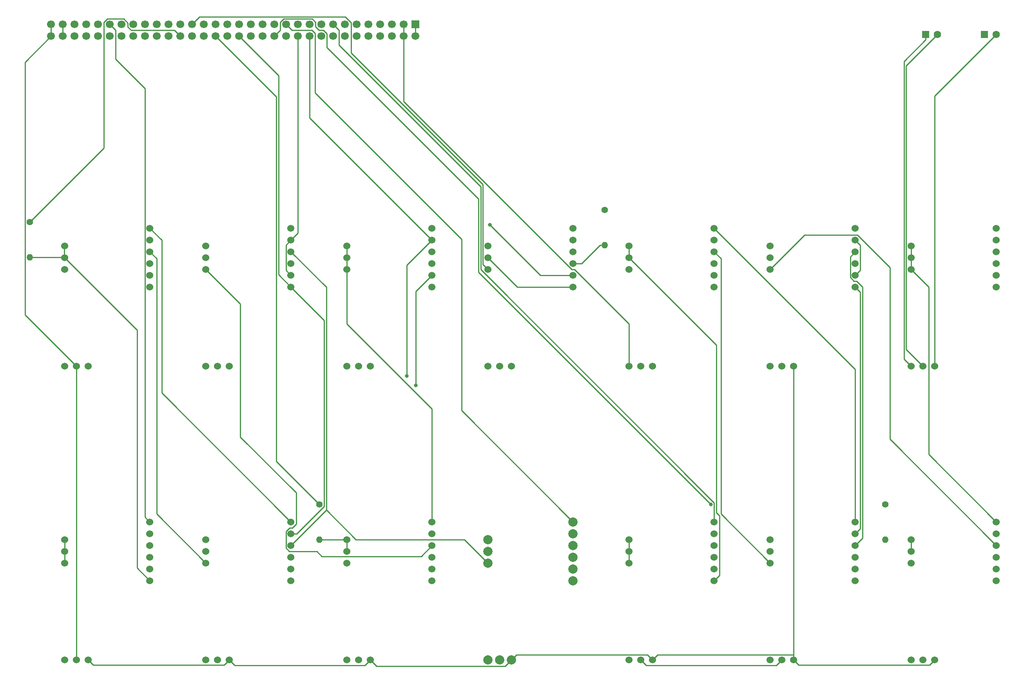
<source format=gbr>
G04 #@! TF.GenerationSoftware,KiCad,Pcbnew,(5.0.0)*
G04 #@! TF.CreationDate,2019-11-22T19:44:57+00:00*
G04 #@! TF.ProjectId,A-FP,412D46502E6B696361645F7063620000,rev?*
G04 #@! TF.SameCoordinates,Original*
G04 #@! TF.FileFunction,Copper,L2,Bot,Signal*
G04 #@! TF.FilePolarity,Positive*
%FSLAX46Y46*%
G04 Gerber Fmt 4.6, Leading zero omitted, Abs format (unit mm)*
G04 Created by KiCad (PCBNEW (5.0.0)) date 11/22/19 19:44:57*
%MOMM*%
%LPD*%
G01*
G04 APERTURE LIST*
G04 #@! TA.AperFunction,ComponentPad*
%ADD10R,1.600000X1.600000*%
G04 #@! TD*
G04 #@! TA.AperFunction,ComponentPad*
%ADD11C,1.600000*%
G04 #@! TD*
G04 #@! TA.AperFunction,ComponentPad*
%ADD12R,1.700000X1.700000*%
G04 #@! TD*
G04 #@! TA.AperFunction,ComponentPad*
%ADD13C,1.700000*%
G04 #@! TD*
G04 #@! TA.AperFunction,ComponentPad*
%ADD14C,1.524000*%
G04 #@! TD*
G04 #@! TA.AperFunction,ComponentPad*
%ADD15C,1.400000*%
G04 #@! TD*
G04 #@! TA.AperFunction,ComponentPad*
%ADD16O,1.400000X1.400000*%
G04 #@! TD*
G04 #@! TA.AperFunction,ComponentPad*
%ADD17C,2.000000*%
G04 #@! TD*
G04 #@! TA.AperFunction,ViaPad*
%ADD18C,0.800000*%
G04 #@! TD*
G04 #@! TA.AperFunction,Conductor*
%ADD19C,0.250000*%
G04 #@! TD*
G04 APERTURE END LIST*
D10*
G04 #@! TO.P,C1,1*
G04 #@! TO.N,6v*
X228600000Y-33020000D03*
D11*
G04 #@! TO.P,C1,2*
G04 #@! TO.N,GND*
X231100000Y-33020000D03*
G04 #@! TD*
G04 #@! TO.P,C2,2*
G04 #@! TO.N,Neg6v*
X243800000Y-33020000D03*
D10*
G04 #@! TO.P,C2,1*
G04 #@! TO.N,GND*
X241300000Y-33020000D03*
G04 #@! TD*
D12*
G04 #@! TO.P,J1,1*
G04 #@! TO.N,GND*
X118345000Y-30861000D03*
D13*
G04 #@! TO.P,J1,A*
X118345000Y-33401000D03*
G04 #@! TO.P,J1,2*
G04 #@! TO.N,6v*
X115805000Y-30861000D03*
G04 #@! TO.P,J1,B*
X115805000Y-33401000D03*
G04 #@! TO.P,J1,3*
G04 #@! TO.N,J1-*
X113265000Y-30861000D03*
G04 #@! TO.P,J1,C*
G04 #@! TO.N,N/C*
X113265000Y-33401000D03*
G04 #@! TO.P,J1,4*
X110725000Y-30861000D03*
G04 #@! TO.P,J1,D*
X110725000Y-33401000D03*
G04 #@! TO.P,J1,5*
G04 #@! TO.N,1TPC-*
X108185000Y-30861000D03*
G04 #@! TO.P,J1,E*
G04 #@! TO.N,N/C*
X108185000Y-33401000D03*
G04 #@! TO.P,J1,6*
X105645000Y-30861000D03*
G04 #@! TO.P,J1,F*
X105645000Y-33401000D03*
G04 #@! TO.P,J1,7*
X103105000Y-30861000D03*
G04 #@! TO.P,J1,H*
X103105000Y-33401000D03*
G04 #@! TO.P,J1,8*
G04 #@! TO.N,J2-*
X100565000Y-30861000D03*
G04 #@! TO.P,J1,J*
G04 #@! TO.N,N/C*
X100565000Y-33401000D03*
G04 #@! TO.P,J1,9*
X98025000Y-30861000D03*
G04 #@! TO.P,J1,K*
G04 #@! TO.N,{PC2}*
X98025000Y-33401000D03*
G04 #@! TO.P,J1,10*
G04 #@! TO.N,N/C*
X95485000Y-30861000D03*
G04 #@! TO.P,J1,L*
G04 #@! TO.N,JTPC*
X95485000Y-33401000D03*
G04 #@! TO.P,J1,11*
G04 #@! TO.N,N/C*
X92945000Y-30861000D03*
G04 #@! TO.P,J1,M*
G04 #@! TO.N,PC2-*
X92945000Y-33401000D03*
G04 #@! TO.P,J1,12*
G04 #@! TO.N,PulseGenMargin*
X90405000Y-30861000D03*
G04 #@! TO.P,J1,N*
G04 #@! TO.N,N/C*
X90405000Y-33401000D03*
G04 #@! TO.P,J1,13*
X87865000Y-30861000D03*
G04 #@! TO.P,J1,P*
G04 #@! TO.N,{PC1}*
X87865000Y-33401000D03*
G04 #@! TO.P,J1,14*
G04 #@! TO.N,WFR*
X85325000Y-30861000D03*
G04 #@! TO.P,J1,R*
G04 #@! TO.N,N/C*
X85325000Y-33401000D03*
G04 #@! TO.P,J1,15*
X82785000Y-30861000D03*
G04 #@! TO.P,J1,S*
G04 #@! TO.N,PC1-*
X82785000Y-33401000D03*
G04 #@! TO.P,J1,16*
G04 #@! TO.N,N/C*
X80245000Y-30861000D03*
G04 #@! TO.P,J1,T*
G04 #@! TO.N,PC3-*
X80245000Y-33401000D03*
G04 #@! TO.P,J1,17*
G04 #@! TO.N,N/C*
X77705000Y-30861000D03*
G04 #@! TO.P,J1,U*
X77705000Y-33401000D03*
G04 #@! TO.P,J1,18*
X75165000Y-30861000D03*
G04 #@! TO.P,J1,V*
G04 #@! TO.N,{PC3}*
X75165000Y-33401000D03*
G04 #@! TO.P,J1,19*
G04 #@! TO.N,J3-*
X72625000Y-30861000D03*
G04 #@! TO.P,J1,W*
G04 #@! TO.N,N/C*
X72625000Y-33401000D03*
G04 #@! TO.P,J1,20*
G04 #@! TO.N,PC1-4*
X70085000Y-30861000D03*
G04 #@! TO.P,J1,X*
G04 #@! TO.N,N/C*
X70085000Y-33401000D03*
G04 #@! TO.P,J1,21*
X67545000Y-30861000D03*
G04 #@! TO.P,J1,Y*
G04 #@! TO.N,{PC4}*
X67545000Y-33401000D03*
G04 #@! TO.P,J1,22*
G04 #@! TO.N,N/C*
X65005000Y-30861000D03*
G04 #@! TO.P,J1,Z*
X65005000Y-33401000D03*
G04 #@! TO.P,J1,23*
X62465000Y-30861000D03*
G04 #@! TO.P,J1,AA*
G04 #@! TO.N,PC4-*
X62465000Y-33401000D03*
G04 #@! TO.P,J1,24*
G04 #@! TO.N,N/C*
X59925000Y-30861000D03*
G04 #@! TO.P,J1,AB*
X59925000Y-33401000D03*
G04 #@! TO.P,J1,25*
X57385000Y-30861000D03*
G04 #@! TO.P,J1,AC*
X57385000Y-33401000D03*
G04 #@! TO.P,J1,26*
X54845000Y-30861000D03*
G04 #@! TO.P,J1,AD*
X54845000Y-33401000D03*
G04 #@! TO.P,J1,27*
G04 #@! TO.N,J4-*
X52305000Y-30861000D03*
G04 #@! TO.P,J1,AE*
G04 #@! TO.N,N/C*
X52305000Y-33401000D03*
G04 #@! TO.P,J1,28*
G04 #@! TO.N,PC4-*
X49765000Y-30861000D03*
G04 #@! TO.P,J1,AF*
G04 #@! TO.N,N/C*
X49765000Y-33401000D03*
G04 #@! TO.P,J1,29*
X47225000Y-30861000D03*
G04 #@! TO.P,J1,AH*
X47225000Y-33401000D03*
G04 #@! TO.P,J1,30*
X44685000Y-30861000D03*
G04 #@! TO.P,J1,AJ*
X44685000Y-33401000D03*
G04 #@! TO.P,J1,31*
G04 #@! TO.N,Neg6v*
X42145000Y-30861000D03*
G04 #@! TO.P,J1,AK*
X42145000Y-33401000D03*
G04 #@! TO.P,J1,32*
G04 #@! TO.N,GND*
X39605000Y-30861000D03*
G04 #@! TO.P,J1,AL*
X39605000Y-33401000D03*
G04 #@! TD*
D14*
G04 #@! TO.P,U1,21*
G04 #@! TO.N,6v*
X225425000Y-168275000D03*
G04 #@! TO.P,U1,22*
G04 #@! TO.N,GND*
X227965000Y-168275000D03*
G04 #@! TO.P,U1,23*
G04 #@! TO.N,Neg6v*
X230505000Y-168275000D03*
G04 #@! TO.P,U1,1*
G04 #@! TO.N,N/C*
X243840000Y-151130000D03*
G04 #@! TO.P,U1,2*
X243840000Y-148590000D03*
G04 #@! TO.P,U1,3*
X243840000Y-146050000D03*
G04 #@! TO.P,U1,4*
G04 #@! TO.N,Net-(U1-Pad4)*
X243840000Y-143510000D03*
G04 #@! TO.P,U1,5*
G04 #@! TO.N,N/C*
X243840000Y-140970000D03*
G04 #@! TO.P,U1,6*
G04 #@! TO.N,Net-(U1-Pad6)*
X243840000Y-138430000D03*
G04 #@! TO.P,U1,11*
G04 #@! TO.N,N/C*
X225425000Y-147320000D03*
G04 #@! TO.P,U1,12*
G04 #@! TO.N,PC1-*
X225425000Y-144780000D03*
G04 #@! TO.P,U1,13*
X225425000Y-142240000D03*
G04 #@! TD*
G04 #@! TO.P,U3,13*
G04 #@! TO.N,Net-(U10-Pad6)*
X164465000Y-142240000D03*
G04 #@! TO.P,U3,12*
X164465000Y-144780000D03*
G04 #@! TO.P,U3,11*
X164465000Y-147320000D03*
G04 #@! TO.P,U3,6*
G04 #@! TO.N,J2-*
X182880000Y-138430000D03*
G04 #@! TO.P,U3,5*
G04 #@! TO.N,JTPC*
X182880000Y-140970000D03*
G04 #@! TO.P,U3,4*
G04 #@! TO.N,N/C*
X182880000Y-143510000D03*
G04 #@! TO.P,U3,3*
G04 #@! TO.N,Net-(U2-Pad13)*
X182880000Y-146050000D03*
G04 #@! TO.P,U3,2*
G04 #@! TO.N,WFM-*
X182880000Y-148590000D03*
G04 #@! TO.P,U3,1*
G04 #@! TO.N,PC2-*
X182880000Y-151130000D03*
G04 #@! TO.P,U3,23*
G04 #@! TO.N,Neg6v*
X169545000Y-168275000D03*
G04 #@! TO.P,U3,22*
G04 #@! TO.N,GND*
X167005000Y-168275000D03*
G04 #@! TO.P,U3,21*
G04 #@! TO.N,6v*
X164465000Y-168275000D03*
G04 #@! TD*
G04 #@! TO.P,U5,13*
G04 #@! TO.N,PC3-*
X103505000Y-142240000D03*
G04 #@! TO.P,U5,12*
X103505000Y-144780000D03*
G04 #@! TO.P,U5,11*
G04 #@! TO.N,N/C*
X103505000Y-147320000D03*
G04 #@! TO.P,U5,6*
G04 #@! TO.N,Net-(U12-Pad11)*
X121920000Y-138430000D03*
G04 #@! TO.P,U5,5*
G04 #@! TO.N,N/C*
X121920000Y-140970000D03*
G04 #@! TO.P,U5,4*
G04 #@! TO.N,Net-(U13-Pad11)*
X121920000Y-143510000D03*
G04 #@! TO.P,U5,3*
G04 #@! TO.N,N/C*
X121920000Y-146050000D03*
G04 #@! TO.P,U5,2*
X121920000Y-148590000D03*
G04 #@! TO.P,U5,1*
X121920000Y-151130000D03*
G04 #@! TO.P,U5,23*
G04 #@! TO.N,Neg6v*
X108585000Y-168275000D03*
G04 #@! TO.P,U5,22*
G04 #@! TO.N,GND*
X106045000Y-168275000D03*
G04 #@! TO.P,U5,21*
G04 #@! TO.N,6v*
X103505000Y-168275000D03*
G04 #@! TD*
G04 #@! TO.P,U7,13*
G04 #@! TO.N,Net-(U14-Pad6)*
X42545000Y-142240000D03*
G04 #@! TO.P,U7,12*
X42545000Y-144780000D03*
G04 #@! TO.P,U7,11*
X42545000Y-147320000D03*
G04 #@! TO.P,U7,6*
G04 #@! TO.N,J4-*
X60960000Y-138430000D03*
G04 #@! TO.P,U7,5*
G04 #@! TO.N,JTPC*
X60960000Y-140970000D03*
G04 #@! TO.P,U7,4*
G04 #@! TO.N,N/C*
X60960000Y-143510000D03*
G04 #@! TO.P,U7,3*
G04 #@! TO.N,Net-(U6-Pad13)*
X60960000Y-146050000D03*
G04 #@! TO.P,U7,2*
G04 #@! TO.N,WFM-*
X60960000Y-148590000D03*
G04 #@! TO.P,U7,1*
G04 #@! TO.N,PC4-*
X60960000Y-151130000D03*
G04 #@! TO.P,U7,23*
G04 #@! TO.N,Neg6v*
X47625000Y-168275000D03*
G04 #@! TO.P,U7,22*
G04 #@! TO.N,GND*
X45085000Y-168275000D03*
G04 #@! TO.P,U7,21*
G04 #@! TO.N,6v*
X42545000Y-168275000D03*
G04 #@! TD*
G04 #@! TO.P,U8,21*
G04 #@! TO.N,6v*
X225425000Y-104775000D03*
G04 #@! TO.P,U8,22*
G04 #@! TO.N,GND*
X227965000Y-104775000D03*
G04 #@! TO.P,U8,23*
G04 #@! TO.N,Neg6v*
X230505000Y-104775000D03*
G04 #@! TO.P,U8,1*
G04 #@! TO.N,PC1-*
X243840000Y-87630000D03*
G04 #@! TO.P,U8,2*
G04 #@! TO.N,WFM-*
X243840000Y-85090000D03*
G04 #@! TO.P,U8,3*
G04 #@! TO.N,Net-(U8-Pad3)*
X243840000Y-82550000D03*
G04 #@! TO.P,U8,4*
G04 #@! TO.N,N/C*
X243840000Y-80010000D03*
G04 #@! TO.P,U8,5*
G04 #@! TO.N,JTPC*
X243840000Y-77470000D03*
G04 #@! TO.P,U8,6*
G04 #@! TO.N,J1-*
X243840000Y-74930000D03*
G04 #@! TO.P,U8,11*
G04 #@! TO.N,Net-(U1-Pad6)*
X225425000Y-83820000D03*
G04 #@! TO.P,U8,12*
X225425000Y-81280000D03*
G04 #@! TO.P,U8,13*
X225425000Y-78740000D03*
G04 #@! TD*
G04 #@! TO.P,U10,13*
G04 #@! TO.N,PC2-*
X164465000Y-78740000D03*
G04 #@! TO.P,U10,12*
X164465000Y-81280000D03*
G04 #@! TO.P,U10,11*
G04 #@! TO.N,N/C*
X164465000Y-83820000D03*
G04 #@! TO.P,U10,6*
G04 #@! TO.N,Net-(U10-Pad6)*
X182880000Y-74930000D03*
G04 #@! TO.P,U10,5*
G04 #@! TO.N,N/C*
X182880000Y-77470000D03*
G04 #@! TO.P,U10,4*
G04 #@! TO.N,Net-(U10-Pad4)*
X182880000Y-80010000D03*
G04 #@! TO.P,U10,3*
G04 #@! TO.N,N/C*
X182880000Y-82550000D03*
G04 #@! TO.P,U10,2*
X182880000Y-85090000D03*
G04 #@! TO.P,U10,1*
X182880000Y-87630000D03*
G04 #@! TO.P,U10,23*
G04 #@! TO.N,Neg6v*
X169545000Y-104775000D03*
G04 #@! TO.P,U10,22*
G04 #@! TO.N,GND*
X167005000Y-104775000D03*
G04 #@! TO.P,U10,21*
G04 #@! TO.N,6v*
X164465000Y-104775000D03*
G04 #@! TD*
G04 #@! TO.P,U12,21*
G04 #@! TO.N,6v*
X103505000Y-104775000D03*
G04 #@! TO.P,U12,22*
G04 #@! TO.N,GND*
X106045000Y-104775000D03*
G04 #@! TO.P,U12,23*
G04 #@! TO.N,Neg6v*
X108585000Y-104775000D03*
G04 #@! TO.P,U12,1*
G04 #@! TO.N,PC3-*
X121920000Y-87630000D03*
G04 #@! TO.P,U12,2*
G04 #@! TO.N,WFM-*
X121920000Y-85090000D03*
G04 #@! TO.P,U12,3*
G04 #@! TO.N,Net-(U12-Pad3)*
X121920000Y-82550000D03*
G04 #@! TO.P,U12,4*
G04 #@! TO.N,N/C*
X121920000Y-80010000D03*
G04 #@! TO.P,U12,5*
G04 #@! TO.N,JTPC*
X121920000Y-77470000D03*
G04 #@! TO.P,U12,6*
G04 #@! TO.N,J3-*
X121920000Y-74930000D03*
G04 #@! TO.P,U12,11*
G04 #@! TO.N,Net-(U12-Pad11)*
X103505000Y-83820000D03*
G04 #@! TO.P,U12,12*
X103505000Y-81280000D03*
G04 #@! TO.P,U12,13*
X103505000Y-78740000D03*
G04 #@! TD*
G04 #@! TO.P,U14,21*
G04 #@! TO.N,6v*
X42545000Y-104775000D03*
G04 #@! TO.P,U14,22*
G04 #@! TO.N,GND*
X45085000Y-104775000D03*
G04 #@! TO.P,U14,23*
G04 #@! TO.N,Neg6v*
X47625000Y-104775000D03*
G04 #@! TO.P,U14,1*
G04 #@! TO.N,N/C*
X60960000Y-87630000D03*
G04 #@! TO.P,U14,2*
X60960000Y-85090000D03*
G04 #@! TO.P,U14,3*
X60960000Y-82550000D03*
G04 #@! TO.P,U14,4*
G04 #@! TO.N,Net-(U14-Pad4)*
X60960000Y-80010000D03*
G04 #@! TO.P,U14,5*
G04 #@! TO.N,N/C*
X60960000Y-77470000D03*
G04 #@! TO.P,U14,6*
G04 #@! TO.N,Net-(U14-Pad6)*
X60960000Y-74930000D03*
G04 #@! TO.P,U14,11*
G04 #@! TO.N,N/C*
X42545000Y-83820000D03*
G04 #@! TO.P,U14,12*
G04 #@! TO.N,PC4-*
X42545000Y-81280000D03*
G04 #@! TO.P,U14,13*
X42545000Y-78740000D03*
G04 #@! TD*
D15*
G04 #@! TO.P,R1,1*
G04 #@! TO.N,{PC2}*
X159200000Y-71000000D03*
D16*
G04 #@! TO.P,R1,2*
G04 #@! TO.N,PC2-*
X159200000Y-78620000D03*
G04 #@! TD*
G04 #@! TO.P,R2,2*
G04 #@! TO.N,PC1-*
X219800000Y-142220000D03*
D15*
G04 #@! TO.P,R2,1*
G04 #@! TO.N,{PC1}*
X219800000Y-134600000D03*
G04 #@! TD*
D16*
G04 #@! TO.P,R3,2*
G04 #@! TO.N,PC4-*
X35000000Y-81220000D03*
D15*
G04 #@! TO.P,R3,1*
G04 #@! TO.N,{PC4}*
X35000000Y-73600000D03*
G04 #@! TD*
G04 #@! TO.P,R4,1*
G04 #@! TO.N,{PC3}*
X97600000Y-134600000D03*
D16*
G04 #@! TO.P,R4,2*
G04 #@! TO.N,PC3-*
X97600000Y-142220000D03*
G04 #@! TD*
D14*
G04 #@! TO.P,U2,13*
G04 #@! TO.N,Net-(U2-Pad13)*
X194945000Y-142240000D03*
G04 #@! TO.P,U2,12*
G04 #@! TO.N,N/C*
X194945000Y-144780000D03*
G04 #@! TO.P,U2,11*
G04 #@! TO.N,Net-(U10-Pad4)*
X194945000Y-147320000D03*
G04 #@! TO.P,U2,6*
G04 #@! TO.N,Net-(U10-Pad6)*
X213360000Y-138430000D03*
G04 #@! TO.P,U2,5*
G04 #@! TO.N,PC1-*
X213360000Y-140970000D03*
G04 #@! TO.P,U2,4*
G04 #@! TO.N,2.4vRef*
X213360000Y-143510000D03*
G04 #@! TO.P,U2,3*
G04 #@! TO.N,N/C*
X213360000Y-146050000D03*
G04 #@! TO.P,U2,2*
G04 #@! TO.N,PC1-*
X213360000Y-148590000D03*
G04 #@! TO.P,U2,1*
G04 #@! TO.N,PC2-*
X213360000Y-151130000D03*
G04 #@! TO.P,U2,23*
G04 #@! TO.N,Neg6v*
X200025000Y-168275000D03*
G04 #@! TO.P,U2,22*
G04 #@! TO.N,GND*
X197485000Y-168275000D03*
G04 #@! TO.P,U2,21*
G04 #@! TO.N,6v*
X194945000Y-168275000D03*
G04 #@! TD*
G04 #@! TO.P,U6,13*
G04 #@! TO.N,Net-(U6-Pad13)*
X73025000Y-142240000D03*
G04 #@! TO.P,U6,12*
G04 #@! TO.N,N/C*
X73025000Y-144780000D03*
G04 #@! TO.P,U6,11*
G04 #@! TO.N,Net-(U14-Pad4)*
X73025000Y-147320000D03*
G04 #@! TO.P,U6,6*
G04 #@! TO.N,Net-(U14-Pad6)*
X91440000Y-138430000D03*
G04 #@! TO.P,U6,5*
G04 #@! TO.N,PC3-*
X91440000Y-140970000D03*
G04 #@! TO.P,U6,4*
G04 #@! TO.N,2.4vRef*
X91440000Y-143510000D03*
G04 #@! TO.P,U6,3*
G04 #@! TO.N,N/C*
X91440000Y-146050000D03*
G04 #@! TO.P,U6,2*
G04 #@! TO.N,PC3-*
X91440000Y-148590000D03*
G04 #@! TO.P,U6,1*
G04 #@! TO.N,PC4-*
X91440000Y-151130000D03*
G04 #@! TO.P,U6,23*
G04 #@! TO.N,Neg6v*
X78105000Y-168275000D03*
G04 #@! TO.P,U6,22*
G04 #@! TO.N,GND*
X75565000Y-168275000D03*
G04 #@! TO.P,U6,21*
G04 #@! TO.N,6v*
X73025000Y-168275000D03*
G04 #@! TD*
G04 #@! TO.P,U9,21*
G04 #@! TO.N,6v*
X194945000Y-104775000D03*
G04 #@! TO.P,U9,22*
G04 #@! TO.N,GND*
X197485000Y-104775000D03*
G04 #@! TO.P,U9,23*
G04 #@! TO.N,Neg6v*
X200025000Y-104775000D03*
G04 #@! TO.P,U9,1*
G04 #@! TO.N,PC1-*
X213360000Y-87630000D03*
G04 #@! TO.P,U9,2*
G04 #@! TO.N,1TPC-*
X213360000Y-85090000D03*
G04 #@! TO.P,U9,3*
G04 #@! TO.N,N/C*
X213360000Y-82550000D03*
G04 #@! TO.P,U9,4*
G04 #@! TO.N,2.4vRef*
X213360000Y-80010000D03*
G04 #@! TO.P,U9,5*
G04 #@! TO.N,1TPC-*
X213360000Y-77470000D03*
G04 #@! TO.P,U9,6*
G04 #@! TO.N,Net-(U1-Pad6)*
X213360000Y-74930000D03*
G04 #@! TO.P,U9,11*
G04 #@! TO.N,Net-(U1-Pad4)*
X194945000Y-83820000D03*
G04 #@! TO.P,U9,12*
G04 #@! TO.N,N/C*
X194945000Y-81280000D03*
G04 #@! TO.P,U9,13*
G04 #@! TO.N,Net-(U8-Pad3)*
X194945000Y-78740000D03*
G04 #@! TD*
G04 #@! TO.P,U11,21*
G04 #@! TO.N,6v*
X133985000Y-104775000D03*
G04 #@! TO.P,U11,22*
G04 #@! TO.N,GND*
X136525000Y-104775000D03*
G04 #@! TO.P,U11,23*
G04 #@! TO.N,Neg6v*
X139065000Y-104775000D03*
G04 #@! TO.P,U11,1*
G04 #@! TO.N,Net-(U11-Pad1)*
X152400000Y-87630000D03*
G04 #@! TO.P,U11,2*
G04 #@! TO.N,PC1-*
X152400000Y-85090000D03*
G04 #@! TO.P,U11,3*
G04 #@! TO.N,PC2-*
X152400000Y-82550000D03*
G04 #@! TO.P,U11,4*
G04 #@! TO.N,PC3-*
X152400000Y-80010000D03*
G04 #@! TO.P,U11,5*
G04 #@! TO.N,PC4-*
X152400000Y-77470000D03*
G04 #@! TO.P,U11,6*
G04 #@! TO.N,WFR*
X152400000Y-74930000D03*
G04 #@! TO.P,U11,11*
G04 #@! TO.N,PC1-4*
X133985000Y-83820000D03*
G04 #@! TO.P,U11,12*
G04 #@! TO.N,Net-(U11-Pad1)*
X133985000Y-81280000D03*
G04 #@! TO.P,U11,13*
G04 #@! TO.N,WFM-*
X133985000Y-78740000D03*
G04 #@! TD*
G04 #@! TO.P,U13,21*
G04 #@! TO.N,6v*
X73025000Y-104775000D03*
G04 #@! TO.P,U13,22*
G04 #@! TO.N,GND*
X75565000Y-104775000D03*
G04 #@! TO.P,U13,23*
G04 #@! TO.N,Neg6v*
X78105000Y-104775000D03*
G04 #@! TO.P,U13,1*
G04 #@! TO.N,PC3-*
X91440000Y-87630000D03*
G04 #@! TO.P,U13,2*
G04 #@! TO.N,PC2-*
X91440000Y-85090000D03*
G04 #@! TO.P,U13,3*
G04 #@! TO.N,N/C*
X91440000Y-82550000D03*
G04 #@! TO.P,U13,4*
G04 #@! TO.N,2.4vRef*
X91440000Y-80010000D03*
G04 #@! TO.P,U13,5*
G04 #@! TO.N,PC2-*
X91440000Y-77470000D03*
G04 #@! TO.P,U13,6*
G04 #@! TO.N,Net-(U12-Pad11)*
X91440000Y-74930000D03*
G04 #@! TO.P,U13,11*
G04 #@! TO.N,Net-(U13-Pad11)*
X73025000Y-83820000D03*
G04 #@! TO.P,U13,12*
G04 #@! TO.N,N/C*
X73025000Y-81280000D03*
G04 #@! TO.P,U13,13*
G04 #@! TO.N,Net-(U12-Pad3)*
X73025000Y-78740000D03*
G04 #@! TD*
D17*
G04 #@! TO.P,U4,21*
G04 #@! TO.N,6v*
X133985000Y-168275000D03*
G04 #@! TO.P,U4,22*
G04 #@! TO.N,GND*
X136525000Y-168275000D03*
G04 #@! TO.P,U4,23*
G04 #@! TO.N,Neg6v*
X139065000Y-168275000D03*
G04 #@! TO.P,U4,1*
G04 #@! TO.N,N/C*
X152400000Y-151130000D03*
G04 #@! TO.P,U4,2*
X152400000Y-148590000D03*
G04 #@! TO.P,U4,3*
X152400000Y-146050000D03*
G04 #@! TO.P,U4,4*
X152400000Y-143510000D03*
G04 #@! TO.P,U4,5*
X152400000Y-140970000D03*
G04 #@! TO.P,U4,6*
G04 #@! TO.N,PulseGenMargin*
X152400000Y-138430000D03*
G04 #@! TO.P,U4,11*
G04 #@! TO.N,2.4vRef*
X133985000Y-147320000D03*
G04 #@! TO.P,U4,12*
G04 #@! TO.N,N/C*
X133985000Y-144780000D03*
G04 #@! TO.P,U4,13*
X133985000Y-142240000D03*
G04 #@! TD*
D18*
G04 #@! TO.N,JTPC*
X116481500Y-106843800D03*
G04 #@! TO.N,PC1-*
X134389900Y-74144800D03*
G04 #@! TO.N,WFM-*
X118423300Y-108897800D03*
G04 #@! TO.N,{PC1}*
X182133700Y-134600000D03*
G04 #@! TD*
D19*
G04 #@! TO.N,6v*
X228600000Y-33020000D02*
X228600000Y-34145300D01*
X225425000Y-104775000D02*
X223872900Y-103222900D01*
X223872900Y-103222900D02*
X223872900Y-38872400D01*
X223872900Y-38872400D02*
X228600000Y-34145300D01*
X164465000Y-104775000D02*
X164465000Y-95590800D01*
X164465000Y-95590800D02*
X152694200Y-83820000D01*
X152694200Y-83820000D02*
X152110100Y-83820000D01*
X152110100Y-83820000D02*
X115805000Y-47514900D01*
X115805000Y-47514900D02*
X115805000Y-33401000D01*
X115805000Y-30861000D02*
X115805000Y-33401000D01*
G04 #@! TO.N,GND*
X197485000Y-168275000D02*
X196326800Y-169433200D01*
X196326800Y-169433200D02*
X168163200Y-169433200D01*
X168163200Y-169433200D02*
X167005000Y-168275000D01*
X227965000Y-104775000D02*
X224337600Y-101147600D01*
X224337600Y-101147600D02*
X224337600Y-39782400D01*
X224337600Y-39782400D02*
X231100000Y-33020000D01*
X45085000Y-168275000D02*
X45085000Y-104775000D01*
X45085000Y-104775000D02*
X33973900Y-93663900D01*
X33973900Y-93663900D02*
X33973900Y-39032100D01*
X33973900Y-39032100D02*
X39605000Y-33401000D01*
X118345000Y-33401000D02*
X118345000Y-30861000D01*
X39605000Y-33401000D02*
X39605000Y-30861000D01*
G04 #@! TO.N,Neg6v*
X139065000Y-168275000D02*
X140161400Y-167178600D01*
X140161400Y-167178600D02*
X168448600Y-167178600D01*
X168448600Y-167178600D02*
X169545000Y-168275000D01*
X108585000Y-168275000D02*
X109912900Y-169602900D01*
X109912900Y-169602900D02*
X137737100Y-169602900D01*
X137737100Y-169602900D02*
X139065000Y-168275000D01*
X230505000Y-104775000D02*
X230505000Y-46315000D01*
X230505000Y-46315000D02*
X243800000Y-33020000D01*
X78105000Y-168275000D02*
X76994800Y-169385200D01*
X76994800Y-169385200D02*
X48735200Y-169385200D01*
X48735200Y-169385200D02*
X47625000Y-168275000D01*
X78105000Y-168275000D02*
X79263300Y-169433300D01*
X79263300Y-169433300D02*
X107426700Y-169433300D01*
X107426700Y-169433300D02*
X108585000Y-168275000D01*
X200025000Y-167173100D02*
X200025000Y-168275000D01*
X200025000Y-104775000D02*
X200025000Y-167173100D01*
X169545000Y-168275000D02*
X170646900Y-167173100D01*
X170646900Y-167173100D02*
X200025000Y-167173100D01*
X42145000Y-30861000D02*
X42145000Y-33401000D01*
X200025000Y-168275000D02*
X201139700Y-169389700D01*
X201139700Y-169389700D02*
X229390300Y-169389700D01*
X229390300Y-169389700D02*
X230505000Y-168275000D01*
G04 #@! TO.N,J2-*
X182880000Y-138430000D02*
X182880000Y-134266400D01*
X182880000Y-134266400D02*
X132447200Y-83833600D01*
X132447200Y-83833600D02*
X132447200Y-65948200D01*
X132447200Y-65948200D02*
X101835000Y-35336000D01*
X101835000Y-35336000D02*
X101835000Y-32131000D01*
X101835000Y-32131000D02*
X100565000Y-30861000D01*
G04 #@! TO.N,JTPC*
X116481500Y-106843800D02*
X116481500Y-82908500D01*
X116481500Y-82908500D02*
X121920000Y-77470000D01*
X121920000Y-77470000D02*
X95485000Y-51035000D01*
X95485000Y-51035000D02*
X95485000Y-33401000D01*
G04 #@! TO.N,PC2-*
X164465000Y-81280000D02*
X183330400Y-100145400D01*
X183330400Y-100145400D02*
X183330400Y-136380700D01*
X183330400Y-136380700D02*
X184019400Y-137069700D01*
X184019400Y-137069700D02*
X184019400Y-149990600D01*
X184019400Y-149990600D02*
X182880000Y-151130000D01*
X164465000Y-78740000D02*
X164465000Y-81280000D01*
X91440000Y-77470000D02*
X92945000Y-75965000D01*
X92945000Y-75965000D02*
X92945000Y-33401000D01*
X91440000Y-85090000D02*
X90350500Y-84000500D01*
X90350500Y-84000500D02*
X90350500Y-78559500D01*
X90350500Y-78559500D02*
X91440000Y-77470000D01*
X158174700Y-78620000D02*
X154244700Y-82550000D01*
X154244700Y-82550000D02*
X152400000Y-82550000D01*
X159200000Y-78620000D02*
X158174700Y-78620000D01*
G04 #@! TO.N,PC1-*
X213360000Y-140970000D02*
X214453100Y-139876900D01*
X214453100Y-139876900D02*
X214453100Y-88723100D01*
X214453100Y-88723100D02*
X213360000Y-87630000D01*
X152400000Y-85090000D02*
X145335100Y-85090000D01*
X145335100Y-85090000D02*
X134389900Y-74144800D01*
X225425000Y-142240000D02*
X225425000Y-144780000D01*
G04 #@! TO.N,PC3-*
X91440000Y-140970000D02*
X92695800Y-140970000D01*
X92695800Y-140970000D02*
X98631000Y-135034800D01*
X98631000Y-135034800D02*
X98631000Y-94821000D01*
X98631000Y-94821000D02*
X91440000Y-87630000D01*
X97600000Y-142220000D02*
X103485000Y-142220000D01*
X103485000Y-142220000D02*
X103505000Y-142240000D01*
X91440000Y-87630000D02*
X88736700Y-84926700D01*
X88736700Y-84926700D02*
X88736700Y-41892700D01*
X88736700Y-41892700D02*
X80245000Y-33401000D01*
X103505000Y-144780000D02*
X103505000Y-142240000D01*
G04 #@! TO.N,PC4-*
X42545000Y-81280000D02*
X58212500Y-96947500D01*
X58212500Y-96947500D02*
X58212500Y-148382500D01*
X58212500Y-148382500D02*
X60960000Y-151130000D01*
X42485000Y-81220000D02*
X42545000Y-81280000D01*
X35000000Y-81220000D02*
X42485000Y-81220000D01*
X42485000Y-81220000D02*
X42485000Y-78800000D01*
X42485000Y-78800000D02*
X42545000Y-78740000D01*
G04 #@! TO.N,J4-*
X60960000Y-138430000D02*
X59872600Y-137342600D01*
X59872600Y-137342600D02*
X59872600Y-44689500D01*
X59872600Y-44689500D02*
X53575000Y-38391900D01*
X53575000Y-38391900D02*
X53575000Y-32131000D01*
X53575000Y-32131000D02*
X52305000Y-30861000D01*
G04 #@! TO.N,Net-(U1-Pad6)*
X225425000Y-83820000D02*
X229235000Y-87630000D01*
X229235000Y-87630000D02*
X229235000Y-123825000D01*
X229235000Y-123825000D02*
X243840000Y-138430000D01*
X225425000Y-81280000D02*
X225425000Y-83820000D01*
X225425000Y-78740000D02*
X225425000Y-81280000D01*
G04 #@! TO.N,Net-(U10-Pad6)*
X213360000Y-138430000D02*
X213360000Y-105410000D01*
X213360000Y-105410000D02*
X182880000Y-74930000D01*
X164465000Y-142240000D02*
X164465000Y-144780000D01*
X164465000Y-147320000D02*
X164465000Y-144780000D01*
G04 #@! TO.N,WFM-*
X118423300Y-108897800D02*
X118423300Y-88586700D01*
X118423300Y-88586700D02*
X121920000Y-85090000D01*
G04 #@! TO.N,Net-(U12-Pad11)*
X103505000Y-83820000D02*
X103505000Y-95573900D01*
X103505000Y-95573900D02*
X121920000Y-113988900D01*
X121920000Y-113988900D02*
X121920000Y-138430000D01*
X103505000Y-81280000D02*
X103505000Y-83820000D01*
X103505000Y-78740000D02*
X103505000Y-81280000D01*
G04 #@! TO.N,Net-(U14-Pad6)*
X91440000Y-138430000D02*
X63524500Y-110514500D01*
X63524500Y-110514500D02*
X63524500Y-77494500D01*
X63524500Y-77494500D02*
X60960000Y-74930000D01*
X42545000Y-144780000D02*
X42545000Y-142240000D01*
X42545000Y-147320000D02*
X42545000Y-144780000D01*
G04 #@! TO.N,1TPC-*
X213360000Y-77470000D02*
X214449300Y-78559300D01*
X214449300Y-78559300D02*
X214449300Y-84000700D01*
X214449300Y-84000700D02*
X213360000Y-85090000D01*
G04 #@! TO.N,{PC1}*
X87865000Y-33401000D02*
X89135000Y-32131000D01*
X89135000Y-32131000D02*
X89135000Y-30388500D01*
X89135000Y-30388500D02*
X89841000Y-29682500D01*
X89841000Y-29682500D02*
X96033100Y-29682500D01*
X96033100Y-29682500D02*
X96755000Y-30404400D01*
X96755000Y-30404400D02*
X96755000Y-31328600D01*
X96755000Y-31328600D02*
X97505800Y-32079400D01*
X97505800Y-32079400D02*
X98404400Y-32079400D01*
X98404400Y-32079400D02*
X99200400Y-32875400D01*
X99200400Y-32875400D02*
X99200400Y-35841200D01*
X99200400Y-35841200D02*
X131996800Y-68637600D01*
X131996800Y-68637600D02*
X131996800Y-84463100D01*
X131996800Y-84463100D02*
X182133700Y-134600000D01*
G04 #@! TO.N,{PC3}*
X97600000Y-134600000D02*
X88286300Y-125286300D01*
X88286300Y-125286300D02*
X88286300Y-46522300D01*
X88286300Y-46522300D02*
X75165000Y-33401000D01*
G04 #@! TO.N,PC1-4*
X70085000Y-30861000D02*
X71713900Y-29232100D01*
X71713900Y-29232100D02*
X103146400Y-29232100D01*
X103146400Y-29232100D02*
X104427300Y-30513000D01*
X104427300Y-30513000D02*
X104427300Y-36999100D01*
X104427300Y-36999100D02*
X132897600Y-65469400D01*
X132897600Y-65469400D02*
X132897600Y-82732600D01*
X132897600Y-82732600D02*
X133985000Y-83820000D01*
G04 #@! TO.N,{PC4}*
X35000000Y-73600000D02*
X51035000Y-57565000D01*
X51035000Y-57565000D02*
X51035000Y-30440300D01*
X51035000Y-30440300D02*
X51798000Y-29677300D01*
X51798000Y-29677300D02*
X55336900Y-29677300D01*
X55336900Y-29677300D02*
X56209600Y-30550000D01*
X56209600Y-30550000D02*
X56209600Y-31439400D01*
X56209600Y-31439400D02*
X56901200Y-32131000D01*
X56901200Y-32131000D02*
X66275000Y-32131000D01*
X66275000Y-32131000D02*
X67545000Y-33401000D01*
G04 #@! TO.N,Net-(U1-Pad4)*
X194945000Y-83820000D02*
X202418800Y-76346200D01*
X202418800Y-76346200D02*
X213790500Y-76346200D01*
X213790500Y-76346200D02*
X220825400Y-83381100D01*
X220825400Y-83381100D02*
X220825400Y-120495400D01*
X220825400Y-120495400D02*
X243840000Y-143510000D01*
G04 #@! TO.N,Net-(U10-Pad4)*
X194945000Y-147320000D02*
X184332600Y-136707600D01*
X184332600Y-136707600D02*
X184332600Y-81462600D01*
X184332600Y-81462600D02*
X182880000Y-80010000D01*
G04 #@! TO.N,Net-(U13-Pad11)*
X121920000Y-143510000D02*
X119561300Y-145868700D01*
X119561300Y-145868700D02*
X98132500Y-145868700D01*
X98132500Y-145868700D02*
X97043800Y-144780000D01*
X97043800Y-144780000D02*
X91101200Y-144780000D01*
X91101200Y-144780000D02*
X90351800Y-144030600D01*
X90351800Y-144030600D02*
X90351800Y-140483000D01*
X90351800Y-140483000D02*
X91134800Y-139700000D01*
X91134800Y-139700000D02*
X91744100Y-139700000D01*
X91744100Y-139700000D02*
X92565900Y-138878200D01*
X92565900Y-138878200D02*
X92565900Y-132115400D01*
X92565900Y-132115400D02*
X80517200Y-120066700D01*
X80517200Y-120066700D02*
X80517200Y-91312200D01*
X80517200Y-91312200D02*
X73025000Y-83820000D01*
G04 #@! TO.N,Net-(U14-Pad4)*
X73025000Y-147320000D02*
X62412600Y-136707600D01*
X62412600Y-136707600D02*
X62412600Y-81462600D01*
X62412600Y-81462600D02*
X60960000Y-80010000D01*
G04 #@! TO.N,Net-(U11-Pad1)*
X133985000Y-81280000D02*
X140335000Y-87630000D01*
X140335000Y-87630000D02*
X152400000Y-87630000D01*
G04 #@! TO.N,PulseGenMargin*
X90405000Y-30861000D02*
X91675000Y-32131000D01*
X91675000Y-32131000D02*
X95983400Y-32131000D01*
X95983400Y-32131000D02*
X96660400Y-32808000D01*
X96660400Y-32808000D02*
X96660400Y-45682900D01*
X96660400Y-45682900D02*
X128305000Y-77327500D01*
X128305000Y-77327500D02*
X128305000Y-114335100D01*
X128305000Y-114335100D02*
X128305100Y-114335100D01*
X128305100Y-114335100D02*
X152400000Y-138430000D01*
G04 #@! TO.N,2.4vRef*
X99089200Y-135860800D02*
X99089200Y-87659200D01*
X99089200Y-87659200D02*
X91440000Y-80010000D01*
X91440000Y-143510000D02*
X99089200Y-135860800D01*
X133985000Y-147320000D02*
X128905000Y-142240000D01*
X128905000Y-142240000D02*
X105468400Y-142240000D01*
X105468400Y-142240000D02*
X99089200Y-135860800D01*
X213360000Y-143510000D02*
X214916800Y-141953200D01*
X214916800Y-141953200D02*
X214916800Y-87638100D01*
X214916800Y-87638100D02*
X213638700Y-86360000D01*
X213638700Y-86360000D02*
X213076300Y-86360000D01*
X213076300Y-86360000D02*
X212272700Y-85556400D01*
X212272700Y-85556400D02*
X212272700Y-81097300D01*
X212272700Y-81097300D02*
X213360000Y-80010000D01*
G04 #@! TD*
M02*

</source>
